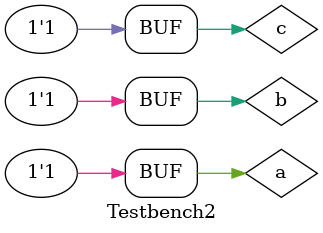
<source format=sv>
`timescale 1ns / 1ps

module Testbench2 ();
    
    logic a, b, c;
    logic S, Cout;
    fullAdderStr dut (a, b, c, S, Cout);
    initial begin
    a = 0; b = 0; c = 0; #10;
    c = 1; #10;
    b = 1; c = 0; #10
    c = 1; #10; 
    a = 1; b = 0; c = 0; #10;
    c = 1; #10;
    b = 1; c = 0; #10
    c = 1; #10; 
    end
endmodule
</source>
